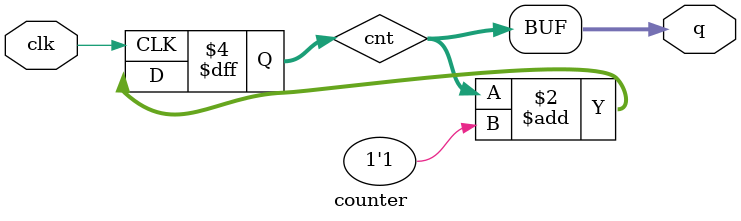
<source format=v>
module counter #(parameter W = 16)(
    input clk,

    output [W - 1:0]q
);
reg [W-1:0]cnt = 0;
assign q = cnt;
always @(posedge clk) begin
        cnt <= cnt + 1'b1;
end



/*
*   Write your code for counter of W bit width here
*/

endmodule

</source>
